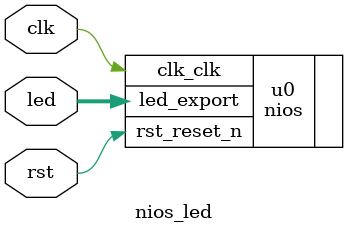
<source format=v>
module nios_led(
	rst,
	clk,
	led

);

input rst,clk;
inout [4:0]led;

nios u0 (
	.clk_clk(clk),
	.rst_reset_n(rst),
	.led_export(led)
);
endmodule

</source>
